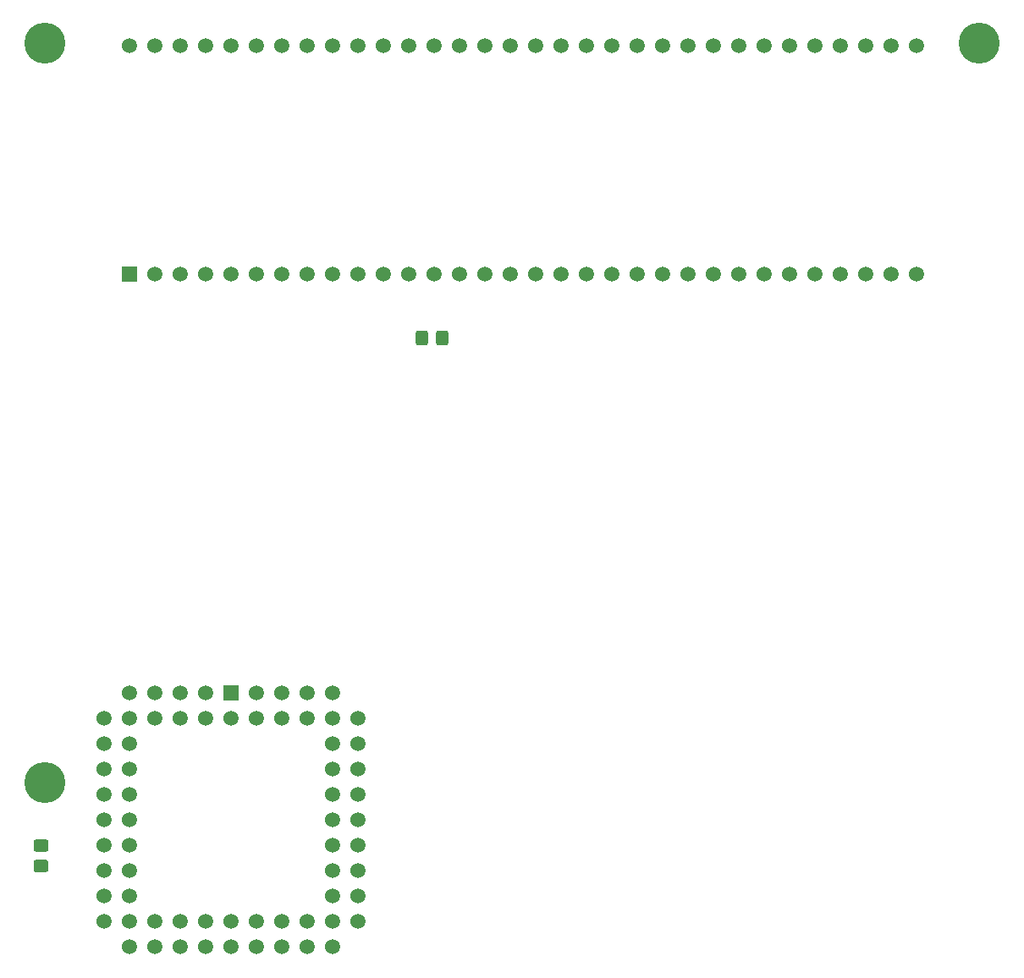
<source format=gbr>
%TF.GenerationSoftware,KiCad,Pcbnew,(5.1.6)-1*%
%TF.CreationDate,2020-11-29T15:27:34+00:00*%
%TF.ProjectId,A600 68k PLCC to DIP64,41363030-2036-4386-9b20-504c43432074,1*%
%TF.SameCoordinates,Original*%
%TF.FileFunction,Soldermask,Top*%
%TF.FilePolarity,Negative*%
%FSLAX46Y46*%
G04 Gerber Fmt 4.6, Leading zero omitted, Abs format (unit mm)*
G04 Created by KiCad (PCBNEW (5.1.6)-1) date 2020-11-29 15:27:34*
%MOMM*%
%LPD*%
G01*
G04 APERTURE LIST*
%ADD10C,1.522400*%
%ADD11R,1.522400X1.522400*%
%ADD12C,0.800000*%
%ADD13C,4.100000*%
G04 APERTURE END LIST*
D10*
%TO.C,U2*%
X119380000Y-46990000D03*
X198120000Y-69850000D03*
X121920000Y-46990000D03*
X195580000Y-69850000D03*
X124460000Y-46990000D03*
X193040000Y-69850000D03*
X127000000Y-46990000D03*
X190500000Y-69850000D03*
X129540000Y-46990000D03*
X187960000Y-69850000D03*
X132080000Y-46990000D03*
X185420000Y-69850000D03*
X134620000Y-46990000D03*
X182880000Y-69850000D03*
X137160000Y-46990000D03*
X180340000Y-69850000D03*
X139700000Y-46990000D03*
X177800000Y-69850000D03*
X142240000Y-46990000D03*
X175260000Y-69850000D03*
X144780000Y-46990000D03*
X172720000Y-69850000D03*
X147320000Y-46990000D03*
X170180000Y-69850000D03*
X149860000Y-46990000D03*
X167640000Y-69850000D03*
X152400000Y-46990000D03*
X165100000Y-69850000D03*
X154940000Y-46990000D03*
X162560000Y-69850000D03*
X157480000Y-46990000D03*
X160020000Y-69850000D03*
X160020000Y-46990000D03*
X157480000Y-69850000D03*
X162560000Y-46990000D03*
X154940000Y-69850000D03*
X165100000Y-46990000D03*
X152400000Y-69850000D03*
X167640000Y-46990000D03*
X149860000Y-69850000D03*
X170180000Y-46990000D03*
X147320000Y-69850000D03*
X172720000Y-46990000D03*
X144780000Y-69850000D03*
X175260000Y-46990000D03*
X142240000Y-69850000D03*
X177800000Y-46990000D03*
X139700000Y-69850000D03*
X180340000Y-46990000D03*
X137160000Y-69850000D03*
X182880000Y-46990000D03*
X134620000Y-69850000D03*
X185420000Y-46990000D03*
X132080000Y-69850000D03*
X187960000Y-46990000D03*
X129540000Y-69850000D03*
X190500000Y-46990000D03*
X127000000Y-69850000D03*
X193040000Y-46990000D03*
X124460000Y-69850000D03*
X195580000Y-46990000D03*
X121920000Y-69850000D03*
X198120000Y-46990000D03*
D11*
X119380000Y-69850000D03*
%TD*%
D12*
%TO.C,H3*%
X203319000Y-45669000D03*
X202880000Y-46730000D03*
X203319000Y-47791000D03*
X204380000Y-48230000D03*
X205441000Y-47791000D03*
X205880000Y-46730000D03*
X205441000Y-45669000D03*
X204380000Y-45230000D03*
D13*
X204380000Y-46730000D03*
%TD*%
%TO.C,H2*%
X110880000Y-46730000D03*
D12*
X112380000Y-46730000D03*
X111941000Y-47791000D03*
X110880000Y-48230000D03*
X109819000Y-47791000D03*
X109380000Y-46730000D03*
X109819000Y-45669000D03*
X110880000Y-45230000D03*
X111941000Y-45669000D03*
%TD*%
D13*
%TO.C,H1*%
X110880000Y-120730000D03*
D12*
X112380000Y-120730000D03*
X111941000Y-121791000D03*
X110880000Y-122230000D03*
X109819000Y-121791000D03*
X109380000Y-120730000D03*
X109819000Y-119669000D03*
X110880000Y-119230000D03*
X111941000Y-119669000D03*
%TD*%
D10*
%TO.C,U1*%
X142240000Y-114300000D03*
X142240000Y-116840000D03*
X142240000Y-119380000D03*
X142240000Y-121920000D03*
X142240000Y-124460000D03*
X142240000Y-127000000D03*
X142240000Y-129540000D03*
X142240000Y-132080000D03*
X139700000Y-111760000D03*
X139700000Y-114300000D03*
X139700000Y-116840000D03*
X139700000Y-119380000D03*
X139700000Y-121920000D03*
X139700000Y-124460000D03*
X139700000Y-127000000D03*
X139700000Y-129540000D03*
X139700000Y-132080000D03*
X139700000Y-137160000D03*
X137160000Y-137160000D03*
X134620000Y-137160000D03*
X132080000Y-137160000D03*
X129540000Y-137160000D03*
X127000000Y-137160000D03*
X124460000Y-137160000D03*
X121920000Y-137160000D03*
X119380000Y-137160000D03*
X142240000Y-134620000D03*
X139700000Y-134620000D03*
X137160000Y-134620000D03*
X134620000Y-134620000D03*
X132080000Y-134620000D03*
X129540000Y-134620000D03*
X127000000Y-134620000D03*
X124460000Y-134620000D03*
X121920000Y-134620000D03*
X116840000Y-134620000D03*
X116840000Y-132080000D03*
X116840000Y-129540000D03*
X116840000Y-127000000D03*
X116840000Y-124460000D03*
X116840000Y-121920000D03*
X116840000Y-119380000D03*
X116840000Y-116840000D03*
X116840000Y-114300000D03*
X119380000Y-134620000D03*
X119380000Y-132080000D03*
X119380000Y-129540000D03*
X119380000Y-127000000D03*
X119380000Y-124460000D03*
X119380000Y-121920000D03*
X119380000Y-119380000D03*
X119380000Y-116840000D03*
X137160000Y-111760000D03*
X134620000Y-111760000D03*
X132080000Y-111760000D03*
X119380000Y-111760000D03*
X121920000Y-111760000D03*
X124460000Y-111760000D03*
X127000000Y-111760000D03*
D11*
X129540000Y-111760000D03*
D10*
X137160000Y-114300000D03*
X134620000Y-114300000D03*
X132080000Y-114300000D03*
X129540000Y-114300000D03*
X119380000Y-114300000D03*
X121920000Y-114300000D03*
X124460000Y-114300000D03*
X127000000Y-114300000D03*
%TD*%
%TO.C,R1*%
G36*
G01*
X110011738Y-126375000D02*
X110968262Y-126375000D01*
G75*
G02*
X111240000Y-126646738I0J-271738D01*
G01*
X111240000Y-127353262D01*
G75*
G02*
X110968262Y-127625000I-271738J0D01*
G01*
X110011738Y-127625000D01*
G75*
G02*
X109740000Y-127353262I0J271738D01*
G01*
X109740000Y-126646738D01*
G75*
G02*
X110011738Y-126375000I271738J0D01*
G01*
G37*
G36*
G01*
X110011738Y-128425000D02*
X110968262Y-128425000D01*
G75*
G02*
X111240000Y-128696738I0J-271738D01*
G01*
X111240000Y-129403262D01*
G75*
G02*
X110968262Y-129675000I-271738J0D01*
G01*
X110011738Y-129675000D01*
G75*
G02*
X109740000Y-129403262I0J271738D01*
G01*
X109740000Y-128696738D01*
G75*
G02*
X110011738Y-128425000I271738J0D01*
G01*
G37*
%TD*%
%TO.C,R2*%
G36*
G01*
X151265000Y-75721738D02*
X151265000Y-76678262D01*
G75*
G02*
X150993262Y-76950000I-271738J0D01*
G01*
X150286738Y-76950000D01*
G75*
G02*
X150015000Y-76678262I0J271738D01*
G01*
X150015000Y-75721738D01*
G75*
G02*
X150286738Y-75450000I271738J0D01*
G01*
X150993262Y-75450000D01*
G75*
G02*
X151265000Y-75721738I0J-271738D01*
G01*
G37*
G36*
G01*
X149215000Y-75721738D02*
X149215000Y-76678262D01*
G75*
G02*
X148943262Y-76950000I-271738J0D01*
G01*
X148236738Y-76950000D01*
G75*
G02*
X147965000Y-76678262I0J271738D01*
G01*
X147965000Y-75721738D01*
G75*
G02*
X148236738Y-75450000I271738J0D01*
G01*
X148943262Y-75450000D01*
G75*
G02*
X149215000Y-75721738I0J-271738D01*
G01*
G37*
%TD*%
M02*

</source>
